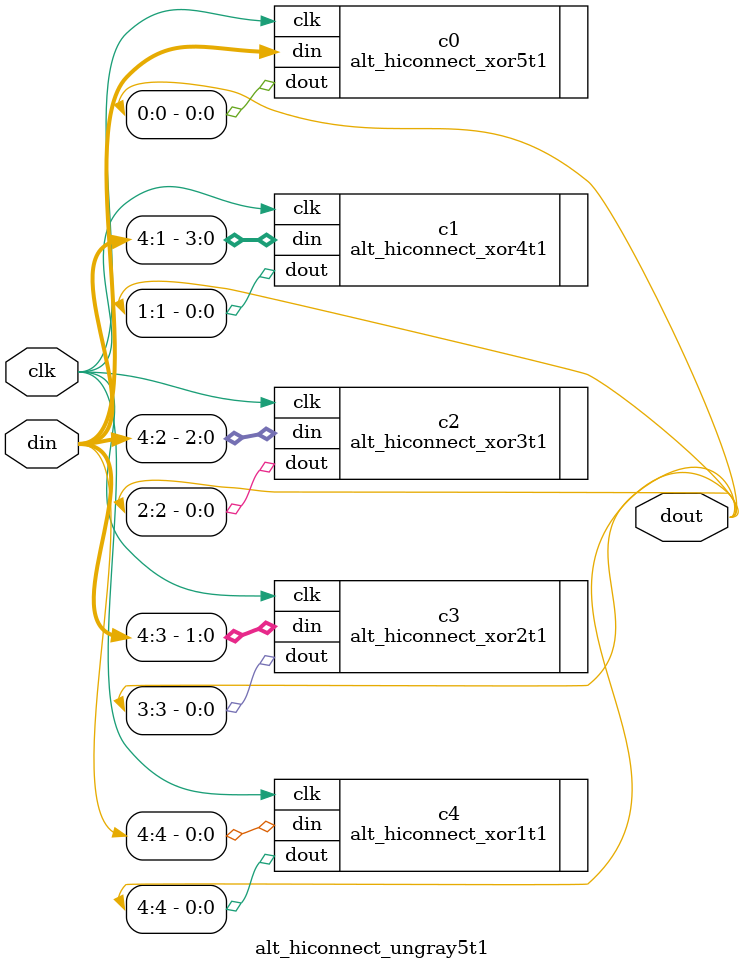
<source format=v>


`timescale 1ps/1ps


module alt_hiconnect_ungray5t1 #(
    parameter SIM_EMULATE = 1'b0
) (
    input clk,
    input [4:0] din,
    output [4:0] dout
);

alt_hiconnect_xor5t1 c0 (
    .clk(clk),
    .din(din[4:0]),
    .dout(dout[0])
);
defparam c0 .SIM_EMULATE = SIM_EMULATE;

alt_hiconnect_xor4t1 c1 (
    .clk(clk),
    .din(din[4:1]),
    .dout(dout[1])
);
defparam c1 .SIM_EMULATE = SIM_EMULATE;

alt_hiconnect_xor3t1 c2 (
    .clk(clk),
    .din(din[4:2]),
    .dout(dout[2])
);
defparam c2 .SIM_EMULATE = SIM_EMULATE;

alt_hiconnect_xor2t1 c3 (
    .clk(clk),
    .din(din[4:3]),
    .dout(dout[3])
);
defparam c3 .SIM_EMULATE = SIM_EMULATE;

alt_hiconnect_xor1t1 c4 (
    .clk(clk),
    .din(din[4:4]),
    .dout(dout[4])
);
defparam c4 .SIM_EMULATE = SIM_EMULATE;

endmodule


</source>
